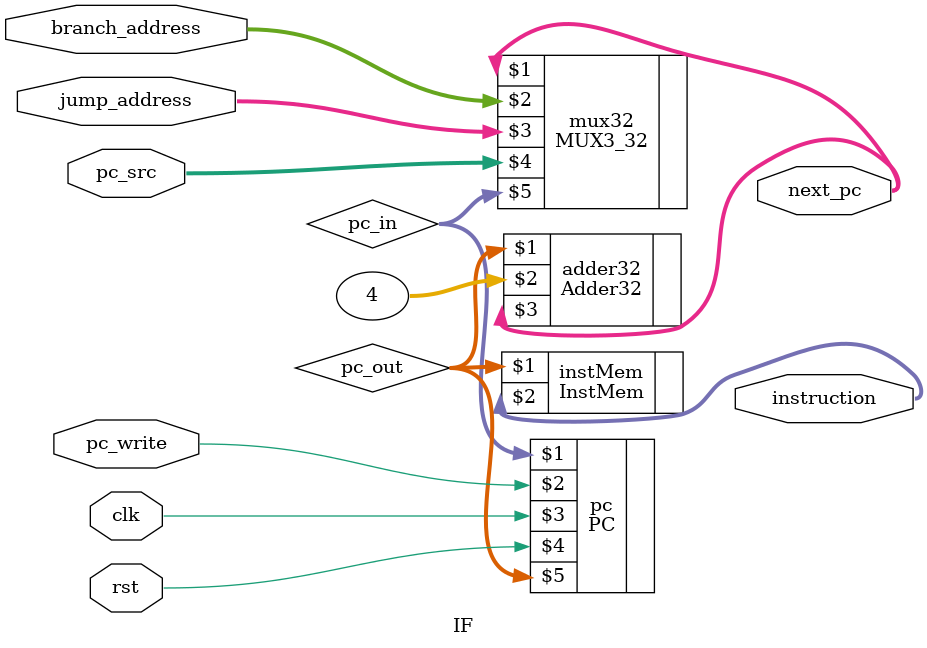
<source format=sv>
`timescale 1ns/1ns
module IF(
    input [31:0] jump_address, branch_address,
    input [1:0] pc_src,
    input pc_write, clk, rst,
    output [31:0] instruction, next_pc
);

    reg [31:0] pc_in, pc_out;

    PC pc(pc_in, pc_write, clk, rst, pc_out);
    InstMem instMem(pc_out, instruction);
    Adder32 adder32(pc_out, 32'd4, next_pc);
    MUX3_32 mux32(next_pc, branch_address, jump_address, pc_src, pc_in);

endmodule
</source>
